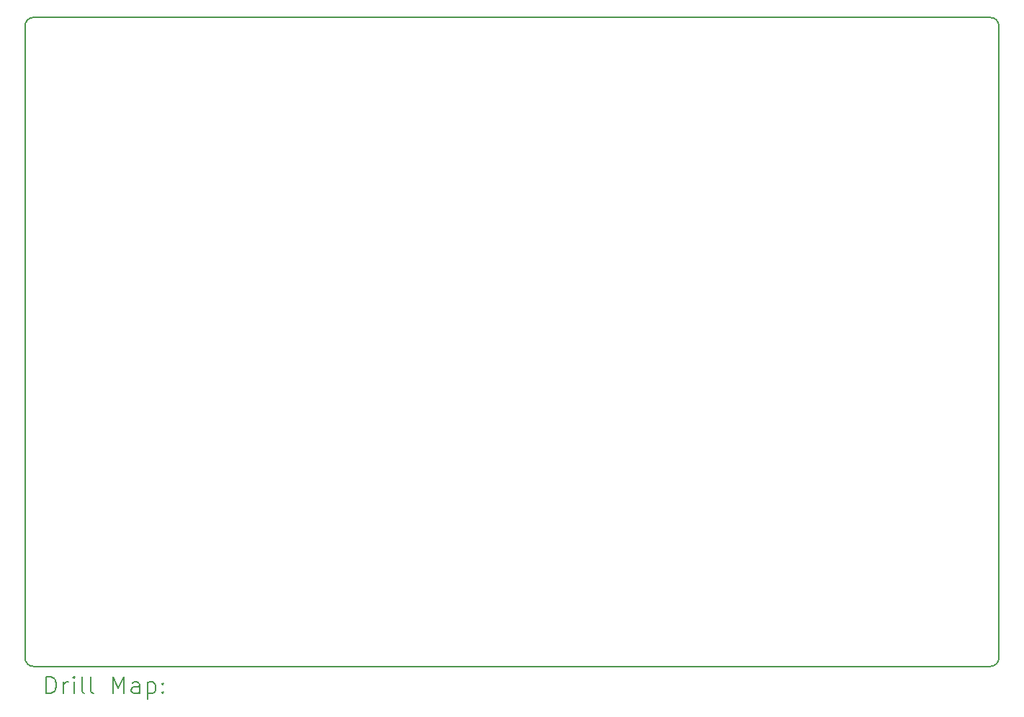
<source format=gbr>
%TF.GenerationSoftware,KiCad,Pcbnew,(6.0.7)*%
%TF.CreationDate,2022-11-11T00:26:03-08:00*%
%TF.ProjectId,LED_Board_s_,4c45445f-426f-4617-9264-5f735f2e6b69,rev?*%
%TF.SameCoordinates,Original*%
%TF.FileFunction,Drillmap*%
%TF.FilePolarity,Positive*%
%FSLAX45Y45*%
G04 Gerber Fmt 4.5, Leading zero omitted, Abs format (unit mm)*
G04 Created by KiCad (PCBNEW (6.0.7)) date 2022-11-11 00:26:03*
%MOMM*%
%LPD*%
G01*
G04 APERTURE LIST*
%ADD10C,0.150000*%
%ADD11C,0.200000*%
G04 APERTURE END LIST*
D10*
X26905789Y-9677289D02*
X26905789Y-17117289D01*
X26805789Y-17217289D02*
G75*
G03*
X26905789Y-17117289I1J99999D01*
G01*
X26905791Y-9677289D02*
G75*
G03*
X26805789Y-9577289I-100001J-1D01*
G01*
X15455791Y-17117289D02*
G75*
G03*
X15555789Y-17217289I99999J-1D01*
G01*
X15555789Y-9577289D02*
X26805789Y-9577289D01*
X26805789Y-17217289D02*
X15555789Y-17217289D01*
X15455789Y-9677289D02*
X15455789Y-17117289D01*
X15555789Y-9577289D02*
G75*
G03*
X15455789Y-9677289I1J-100001D01*
G01*
D11*
X15705908Y-17535265D02*
X15705908Y-17335265D01*
X15753527Y-17335265D01*
X15782099Y-17344789D01*
X15801146Y-17363837D01*
X15810670Y-17382885D01*
X15820194Y-17420980D01*
X15820194Y-17449551D01*
X15810670Y-17487646D01*
X15801146Y-17506694D01*
X15782099Y-17525742D01*
X15753527Y-17535265D01*
X15705908Y-17535265D01*
X15905908Y-17535265D02*
X15905908Y-17401932D01*
X15905908Y-17440027D02*
X15915432Y-17420980D01*
X15924956Y-17411456D01*
X15944003Y-17401932D01*
X15963051Y-17401932D01*
X16029718Y-17535265D02*
X16029718Y-17401932D01*
X16029718Y-17335265D02*
X16020194Y-17344789D01*
X16029718Y-17354313D01*
X16039242Y-17344789D01*
X16029718Y-17335265D01*
X16029718Y-17354313D01*
X16153527Y-17535265D02*
X16134480Y-17525742D01*
X16124956Y-17506694D01*
X16124956Y-17335265D01*
X16258289Y-17535265D02*
X16239242Y-17525742D01*
X16229718Y-17506694D01*
X16229718Y-17335265D01*
X16486861Y-17535265D02*
X16486861Y-17335265D01*
X16553527Y-17478123D01*
X16620194Y-17335265D01*
X16620194Y-17535265D01*
X16801146Y-17535265D02*
X16801146Y-17430504D01*
X16791623Y-17411456D01*
X16772575Y-17401932D01*
X16734480Y-17401932D01*
X16715432Y-17411456D01*
X16801146Y-17525742D02*
X16782099Y-17535265D01*
X16734480Y-17535265D01*
X16715432Y-17525742D01*
X16705908Y-17506694D01*
X16705908Y-17487646D01*
X16715432Y-17468599D01*
X16734480Y-17459075D01*
X16782099Y-17459075D01*
X16801146Y-17449551D01*
X16896385Y-17401932D02*
X16896385Y-17601932D01*
X16896385Y-17411456D02*
X16915432Y-17401932D01*
X16953527Y-17401932D01*
X16972575Y-17411456D01*
X16982099Y-17420980D01*
X16991623Y-17440027D01*
X16991623Y-17497170D01*
X16982099Y-17516218D01*
X16972575Y-17525742D01*
X16953527Y-17535265D01*
X16915432Y-17535265D01*
X16896385Y-17525742D01*
X17077337Y-17516218D02*
X17086861Y-17525742D01*
X17077337Y-17535265D01*
X17067813Y-17525742D01*
X17077337Y-17516218D01*
X17077337Y-17535265D01*
X17077337Y-17411456D02*
X17086861Y-17420980D01*
X17077337Y-17430504D01*
X17067813Y-17420980D01*
X17077337Y-17411456D01*
X17077337Y-17430504D01*
M02*

</source>
